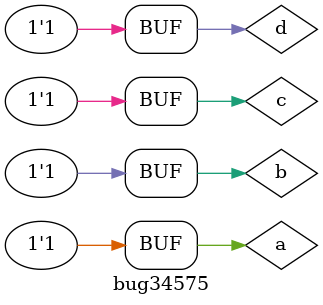
<source format=v>
module bug34575;
   wire a,b,c,d;
   assign #(0,0)         a = 1;
   assign #(0:1:2)       b = 1;
   assign #(0:1:2,0:1:2) c = 1;
   assign #(0:1:2,0)     d = 1;
endmodule
</source>
